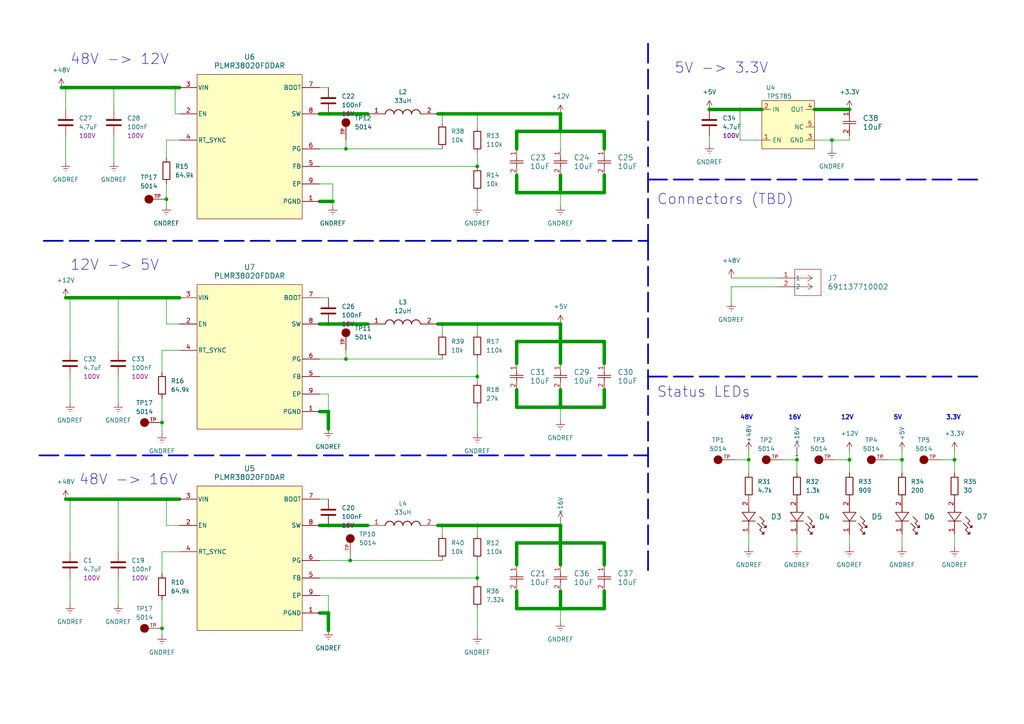
<source format=kicad_sch>
(kicad_sch (version 20230121) (generator eeschema)
  (paper "A4")
  (junction (at 46.99 182.245))
  (junction (at 20.32 144.78))
  (junction (at 246.38 133.35))
  (junction (at 162.56 99.06))
  (junction (at 128.27 93.98))
  (junction (at 241.3 40.64))
  (junction (at 138.43 33.02))
  (junction (at 138.43 167.64))
  (junction (at 20.32 86.36))
  (junction (at 162.56 152.4))
  (junction (at 205.74 31.75))
  (junction (at 246.38 31.75))
  (junction (at 128.27 152.4))
  (junction (at 138.43 48.26))
  (junction (at 48.26 57.785))
  (junction (at 162.56 157.48))
  (junction (at 231.14 133.35))
  (junction (at 100.33 104.14))
  (junction (at 34.29 86.36))
  (junction (at 95.25 119.38))
  (junction (at 48.26 144.78))
  (junction (at 162.56 93.98))
  (junction (at 100.33 43.18))
  (junction (at 95.25 152.4))
  (junction (at 95.25 93.98))
  (junction (at 19.05 25.4))
  (junction (at 162.56 176.53))
  (junction (at 217.17 133.35))
  (junction (at 50.8 25.4))
  (junction (at 138.43 93.98))
  (junction (at 138.43 109.22))
  (junction (at 46.99 122.555))
  (junction (at 214.63 31.75))
  (junction (at 95.25 33.02))
  (junction (at 48.26 86.36))
  (junction (at 95.25 177.8))
  (junction (at 276.86 133.35))
  (junction (at 96.52 58.42))
  (junction (at 162.56 33.02))
  (junction (at 138.43 152.4))
  (junction (at 162.56 55.88))
  (junction (at 162.56 38.1))
  (junction (at 34.29 144.78))
  (junction (at 33.02 25.4))
  (junction (at 162.56 118.11))
  (junction (at 128.27 33.02))
  (junction (at 101.6 162.56))
  (junction (at 261.62 133.35))
  (wire (pts (xy 92.71 104.14) (xy 100.33 104.14)))
  (wire (pts (xy 231.14 154.94) (xy 231.14 158.75)))
  (wire (pts (xy 48.26 144.78) (xy 48.26 152.4)))
  (wire (pts (xy 128.27 152.4) (xy 127 152.4)))
  (wire (pts (xy 48.26 86.36) (xy 48.26 93.98)))
  (wire (pts (xy 175.26 38.1) (xy 175.26 43.18)) (stroke (width 1)))
  (wire (pts (xy 48.26 144.78) (xy 52.07 144.78)) (stroke (width 1)))
  (wire (pts (xy 95.25 152.4) (xy 106.68 152.4)) (stroke (width 1)))
  (wire (pts (xy 149.86 43.18) (xy 149.86 38.1)) (stroke (width 1)))
  (wire (pts (xy 46.99 115.57) (xy 46.99 122.555)))
  (wire (pts (xy 96.52 53.34) (xy 96.52 58.42)))
  (wire (pts (xy 46.99 101.6) (xy 52.07 101.6)))
  (wire (pts (xy 162.56 96.52) (xy 162.56 99.06)))
  (wire (pts (xy 246.38 133.35) (xy 246.38 130.81)))
  (wire (pts (xy 162.56 176.53) (xy 162.56 180.34)))
  (wire (pts (xy 92.71 177.8) (xy 95.25 177.8)) (stroke (width 1)))
  (wire (pts (xy 19.05 86.36) (xy 20.32 86.36)) (stroke (width 1)))
  (wire (pts (xy 52.07 25.4) (xy 50.8 25.4)) (stroke (width 1)))
  (wire (pts (xy 92.71 48.26) (xy 138.43 48.26)))
  (wire (pts (xy 95.25 93.98) (xy 106.68 93.98)) (stroke (width 1)))
  (wire (pts (xy 95.25 182.88) (xy 95.25 177.8)) (stroke (width 1)))
  (wire (pts (xy 92.71 144.78) (xy 95.25 144.78)))
  (wire (pts (xy 162.56 38.1) (xy 162.56 43.18)))
  (wire (pts (xy 101.6 162.56) (xy 128.27 162.56)))
  (wire (pts (xy 48.26 40.64) (xy 48.26 45.72)))
  (wire (pts (xy 128.27 33.02) (xy 138.43 33.02)) (stroke (width 1)))
  (wire (pts (xy 231.14 133.35) (xy 231.14 132.08)))
  (wire (pts (xy 92.71 172.72) (xy 95.25 172.72)))
  (wire (pts (xy 175.26 157.48) (xy 175.26 163.83)) (stroke (width 1)))
  (wire (pts (xy 214.63 40.64) (xy 214.63 31.75)))
  (wire (pts (xy 138.43 104.14) (xy 138.43 109.22)))
  (wire (pts (xy 175.26 176.53) (xy 162.56 176.53)) (stroke (width 1)))
  (wire (pts (xy 20.32 109.22) (xy 20.32 116.84)))
  (wire (pts (xy 48.26 57.785) (xy 48.26 59.69)))
  (wire (pts (xy 100.33 40.64) (xy 100.33 43.18)))
  (wire (pts (xy 162.56 118.11) (xy 162.56 121.92)))
  (wire (pts (xy 138.43 33.02) (xy 138.43 36.83)))
  (wire (pts (xy 138.43 93.98) (xy 162.56 93.98)) (stroke (width 1)))
  (wire (pts (xy 175.26 118.11) (xy 162.56 118.11)) (stroke (width 1)))
  (wire (pts (xy 231.14 133.35) (xy 231.14 137.16)))
  (wire (pts (xy 214.63 31.75) (xy 220.98 31.75)) (stroke (width 1)))
  (wire (pts (xy 34.29 86.36) (xy 34.29 101.6)))
  (wire (pts (xy 138.43 176.53) (xy 138.43 184.15)))
  (wire (pts (xy 19.05 25.4) (xy 33.02 25.4)) (stroke (width 1)))
  (wire (pts (xy 33.02 25.4) (xy 33.02 31.75)))
  (wire (pts (xy 127 93.98) (xy 128.27 93.98)) (stroke (width 1)))
  (wire (pts (xy 205.74 31.75) (xy 214.63 31.75)) (stroke (width 1)))
  (wire (pts (xy 257.81 133.35) (xy 261.62 133.35)))
  (wire (pts (xy 236.22 31.75) (xy 246.38 31.75)) (stroke (width 1)))
  (wire (pts (xy 92.71 33.02) (xy 95.25 33.02)) (stroke (width 1)))
  (wire (pts (xy 46.99 182.245) (xy 46.99 184.15)))
  (wire (pts (xy 46.99 173.99) (xy 46.99 182.245)))
  (wire (pts (xy 162.56 152.4) (xy 162.56 157.48)) (stroke (width 1)))
  (wire (pts (xy 128.27 93.98) (xy 138.43 93.98)))
  (wire (pts (xy 138.43 33.02) (xy 128.27 33.02)))
  (wire (pts (xy 261.62 133.35) (xy 261.62 130.81)))
  (wire (pts (xy 138.43 55.88) (xy 138.43 59.69)))
  (wire (pts (xy 128.27 93.98) (xy 128.27 96.52)))
  (wire (pts (xy 149.86 50.8) (xy 149.86 55.88)) (stroke (width 1)))
  (wire (pts (xy 92.71 93.98) (xy 95.25 93.98)) (stroke (width 1)))
  (wire (pts (xy 19.05 144.78) (xy 20.32 144.78)) (stroke (width 1)))
  (wire (pts (xy 96.52 58.42) (xy 96.52 59.69)))
  (wire (pts (xy 128.27 152.4) (xy 138.43 152.4)) (stroke (width 1)))
  (wire (pts (xy 138.43 118.11) (xy 138.43 125.73)))
  (wire (pts (xy 46.99 160.02) (xy 52.07 160.02)))
  (wire (pts (xy 19.05 25.4) (xy 19.05 31.75)))
  (wire (pts (xy 92.71 53.34) (xy 96.52 53.34)))
  (wire (pts (xy 95.25 114.3) (xy 95.25 119.38)))
  (wire (pts (xy 52.07 152.4) (xy 48.26 152.4)))
  (wire (pts (xy 33.02 39.37) (xy 33.02 46.99)))
  (wire (pts (xy 261.62 154.94) (xy 261.62 158.75)))
  (wire (pts (xy 92.71 25.4) (xy 95.25 25.4)))
  (wire (pts (xy 33.02 25.4) (xy 50.8 25.4)) (stroke (width 1)))
  (wire (pts (xy 149.86 55.88) (xy 162.56 55.88)) (stroke (width 1)))
  (wire (pts (xy 52.07 40.64) (xy 48.26 40.64)))
  (wire (pts (xy 127 33.02) (xy 128.27 33.02)) (stroke (width 1)))
  (wire (pts (xy 212.09 83.185) (xy 212.09 87.63)))
  (wire (pts (xy 162.56 33.02) (xy 162.56 38.1)) (stroke (width 1)))
  (wire (pts (xy 48.26 53.34) (xy 48.26 57.785)))
  (wire (pts (xy 95.25 124.46) (xy 95.25 119.38)) (stroke (width 1)))
  (wire (pts (xy 149.86 38.1) (xy 162.56 38.1)) (stroke (width 1)))
  (wire (pts (xy 138.43 167.64) (xy 138.43 168.91)))
  (wire (pts (xy 95.25 172.72) (xy 95.25 177.8)))
  (wire (pts (xy 149.86 176.53) (xy 162.56 176.53)) (stroke (width 1)))
  (wire (pts (xy 92.71 86.36) (xy 95.25 86.36)))
  (wire (pts (xy 162.56 38.1) (xy 175.26 38.1)) (stroke (width 1)))
  (wire (pts (xy 95.25 33.02) (xy 99.06 33.02)))
  (wire (pts (xy 128.27 33.02) (xy 127 33.02)))
  (wire (pts (xy 100.33 101.6) (xy 100.33 104.14)))
  (wire (pts (xy 162.56 154.94) (xy 162.56 157.48)))
  (wire (pts (xy 149.86 113.03) (xy 149.86 118.11)) (stroke (width 1)))
  (wire (pts (xy 128.27 152.4) (xy 128.27 154.94)))
  (wire (pts (xy 225.425 83.185) (xy 212.09 83.185)))
  (wire (pts (xy 149.86 157.48) (xy 162.56 157.48)) (stroke (width 1)))
  (wire (pts (xy 34.29 144.78) (xy 34.29 160.02)))
  (wire (pts (xy 52.07 93.98) (xy 48.26 93.98)))
  (wire (pts (xy 20.32 144.78) (xy 20.32 160.02)))
  (wire (pts (xy 34.29 167.64) (xy 34.29 175.26)))
  (wire (pts (xy 246.38 39.37) (xy 246.38 40.64)))
  (wire (pts (xy 127 93.98) (xy 128.27 93.98)))
  (wire (pts (xy 149.86 171.45) (xy 149.86 176.53)) (stroke (width 1)))
  (wire (pts (xy 92.71 167.64) (xy 138.43 167.64)))
  (wire (pts (xy 92.71 152.4) (xy 95.25 152.4)) (stroke (width 1)))
  (wire (pts (xy 138.43 33.02) (xy 162.56 33.02)) (stroke (width 1)))
  (wire (pts (xy 92.71 162.56) (xy 101.6 162.56)))
  (wire (pts (xy 95.25 33.02) (xy 106.68 33.02)) (stroke (width 1)))
  (polyline (pts (xy 11.43 132.08) (xy 187.96 132.08)) (stroke (width 0.5) (type dash)))
  (wire (pts (xy 162.56 93.98) (xy 162.56 99.06)) (stroke (width 1)))
  (wire (pts (xy 138.43 152.4) (xy 128.27 152.4)))
  (wire (pts (xy 241.3 40.64) (xy 241.3 43.18)))
  (wire (pts (xy 34.29 109.22) (xy 34.29 116.84)))
  (wire (pts (xy 50.8 33.02) (xy 50.8 25.4)))
  (wire (pts (xy 261.62 133.35) (xy 261.62 137.16)))
  (wire (pts (xy 138.43 162.56) (xy 138.43 167.64)))
  (wire (pts (xy 34.29 144.78) (xy 48.26 144.78)) (stroke (width 1)))
  (wire (pts (xy 92.71 43.18) (xy 100.33 43.18)))
  (polyline (pts (xy 187.96 52.07) (xy 284.48 52.07)) (stroke (width 0.5) (type dash)))
  (wire (pts (xy 162.56 118.11) (xy 162.56 113.03)) (stroke (width 1)))
  (wire (pts (xy 162.56 176.53) (xy 162.56 171.45)) (stroke (width 1)))
  (wire (pts (xy 227.33 133.35) (xy 231.14 133.35)))
  (wire (pts (xy 48.26 86.36) (xy 52.07 86.36)) (stroke (width 1)))
  (wire (pts (xy 162.56 157.48) (xy 175.26 157.48)) (stroke (width 1)))
  (polyline (pts (xy 187.96 69.85) (xy 187.96 166.37)) (stroke (width 0.5) (type dash)))
  (wire (pts (xy 34.29 86.36) (xy 48.26 86.36)) (stroke (width 1)))
  (wire (pts (xy 100.33 104.14) (xy 128.27 104.14)))
  (wire (pts (xy 92.71 119.38) (xy 95.25 119.38)) (stroke (width 1)))
  (wire (pts (xy 220.98 40.64) (xy 214.63 40.64)))
  (wire (pts (xy 217.17 154.94) (xy 217.17 158.75)))
  (wire (pts (xy 46.99 107.95) (xy 46.99 101.6)))
  (wire (pts (xy 276.86 133.35) (xy 276.86 130.81)))
  (polyline (pts (xy 12.7 69.85) (xy 187.96 69.85)) (stroke (width 0.5) (type dash)))
  (wire (pts (xy 138.43 44.45) (xy 138.43 48.26)))
  (wire (pts (xy 212.09 80.645) (xy 225.425 80.645)))
  (wire (pts (xy 246.38 154.94) (xy 246.38 158.75)))
  (wire (pts (xy 138.43 152.4) (xy 138.43 154.94)))
  (wire (pts (xy 162.56 99.06) (xy 162.56 105.41)) (stroke (width 1)))
  (wire (pts (xy 162.56 55.88) (xy 162.56 59.69)))
  (wire (pts (xy 276.86 133.35) (xy 276.86 137.16)))
  (polyline (pts (xy 187.96 12.7) (xy 187.96 69.85)) (stroke (width 0.5) (type dash)))
  (wire (pts (xy 175.26 99.06) (xy 175.26 105.41)) (stroke (width 1)))
  (wire (pts (xy 276.86 154.94) (xy 276.86 158.75)))
  (wire (pts (xy 175.26 113.03) (xy 175.26 118.11)) (stroke (width 1)))
  (wire (pts (xy 149.86 99.06) (xy 162.56 99.06)) (stroke (width 1)))
  (wire (pts (xy 217.17 133.35) (xy 213.36 133.35)))
  (wire (pts (xy 20.32 86.36) (xy 34.29 86.36)) (stroke (width 1)))
  (wire (pts (xy 100.33 43.18) (xy 128.27 43.18)))
  (wire (pts (xy 20.32 167.64) (xy 20.32 175.26)))
  (wire (pts (xy 20.32 144.78) (xy 34.29 144.78)) (stroke (width 1)))
  (wire (pts (xy 128.27 93.98) (xy 138.43 93.98)) (stroke (width 1)))
  (wire (pts (xy 92.71 114.3) (xy 95.25 114.3)))
  (wire (pts (xy 19.05 39.37) (xy 19.05 46.99)))
  (wire (pts (xy 175.26 171.45) (xy 175.26 176.53)) (stroke (width 1)))
  (wire (pts (xy 175.26 50.8) (xy 175.26 55.88)) (stroke (width 1)))
  (wire (pts (xy 217.17 130.81) (xy 217.17 133.35)))
  (wire (pts (xy 246.38 133.35) (xy 246.38 137.16)))
  (wire (pts (xy 175.26 55.88) (xy 162.56 55.88)) (stroke (width 1)))
  (wire (pts (xy 205.74 39.37) (xy 205.74 41.91)))
  (wire (pts (xy 128.27 33.02) (xy 128.27 35.56)))
  (wire (pts (xy 92.71 58.42) (xy 96.52 58.42)) (stroke (width 1)))
  (polyline (pts (xy 187.96 109.22) (xy 284.48 109.22)) (stroke (width 0.5) (type dash)))
  (wire (pts (xy 162.56 157.48) (xy 162.56 163.83)) (stroke (width 1)))
  (wire (pts (xy 149.86 118.11) (xy 162.56 118.11)) (stroke (width 1)))
  (wire (pts (xy 273.05 133.35) (xy 276.86 133.35)))
  (wire (pts (xy 52.07 33.02) (xy 50.8 33.02)))
  (wire (pts (xy 17.78 25.4) (xy 19.05 25.4)) (stroke (width 1)))
  (wire (pts (xy 217.17 133.35) (xy 217.17 137.16)))
  (wire (pts (xy 46.99 122.555) (xy 46.99 125.73)))
  (wire (pts (xy 242.57 133.35) (xy 246.38 133.35)))
  (wire (pts (xy 138.43 109.22) (xy 138.43 110.49)))
  (wire (pts (xy 236.22 40.64) (xy 241.3 40.64)))
  (wire (pts (xy 20.32 86.36) (xy 20.32 101.6)))
  (wire (pts (xy 241.3 40.64) (xy 246.38 40.64)))
  (wire (pts (xy 46.99 166.37) (xy 46.99 160.02)))
  (wire (pts (xy 138.43 93.98) (xy 138.43 96.52)))
  (wire (pts (xy 149.86 163.83) (xy 149.86 157.48)) (stroke (width 1)))
  (wire (pts (xy 162.56 55.88) (xy 162.56 50.8)) (stroke (width 1)))
  (wire (pts (xy 162.56 99.06) (xy 175.26 99.06)) (stroke (width 1)))
  (wire (pts (xy 138.43 152.4) (xy 162.56 152.4)) (stroke (width 1)))
  (wire (pts (xy 149.86 105.41) (xy 149.86 99.06)) (stroke (width 1)))
  (wire (pts (xy 101.6 161.29) (xy 101.6 162.56)))
  (wire (pts (xy 127 152.4) (xy 128.27 152.4)) (stroke (width 1)))
  (wire (pts (xy 92.71 109.22) (xy 138.43 109.22)))
  (text "16V" (at 228.6 121.92 0) (effects (font (size 1.27 1.27) bold) (justify left bottom)))
  (text "5V" (at 259.08 121.92 0) (effects (font (size 1.27 1.27) bold) (justify left bottom)))
  (text "48V -> 12V" (at 20.32 19.05 0) (effects (font (size 3 3)) (justify left bottom)))
  (text "12V -> 5V" (at 20.32 78.74 0) (effects (font (size 3 3)) (justify left bottom)))
  (text "5V -> 3.3V" (at 195.58 21.59 0) (effects (font (size 3 3)) (justify left bottom)))
  (text "Status LEDs" (at 190.5 115.57 0) (effects (font (size 3 3)) (justify left bottom)))
  (text "48V -> 16V" (at 22.86 140.97 0) (effects (font (size 3 3)) (justify left bottom)))
  (text "48V" (at 214.63 121.92 0) (effects (font (size 1.27 1.27) bold) (justify left bottom)))
  (text "3.3V" (at 274.32 121.92 0) (effects (font (size 1.27 1.27) bold) (justify left bottom)))
  (text "Connectors (TBD)" (at 190.5 59.69 0) (effects (font (size 3 3)) (justify left bottom)))
  (text "12V" (at 243.84 121.92 0) (effects (font (size 1.27 1.27) bold) (justify left bottom)))
  (symbol (lib_id "Device:R") (at 231.14 140.97 0) (unit 1)
    (property "Reference" "R32" (at 233.68 139.7 0) (effects (justify left)))
    (property "Value" "1.3k" (at 233.68 142.24 0) (effects (justify left)))
    (property "Footprint" "footprints:RESC2012X60N" (effects hide))
  )
  (symbol (lib_id "CL21A106KAYNNNG:CL21A106KAYNNNG") (at 162.56 43.18 270) (unit 1)
    (property "Reference" "C24" (at 166.37 45.72 90) (effects (font (size 1.524 1.524)) (justify left)))
    (property "Value" "10uF" (at 166.37 48.26 90) (effects (font (size 1.524 1.524)) (justify left)))
    (property "Footprint" "footprints:CAPC2012X94N" (effects hide))
    (property "Datasheet" "CL21A106KAYNNNG" (effects hide))
  )
  (symbol (lib_id "CDRH127_LDNP-330MC:CDRH127_LDNP-330MC") (at 106.68 33.02 0) (unit 1)
    (property "Reference" "L2" (at 116.84 26.67 0))
    (property "Value" "33uH" (at 116.84 29.21 0))
    (property "Footprint" "footprints:INDPM120120X800N" (effects hide))
    (property "Datasheet" "https://products.sumida.com/products/pdf/CDRH127LD.pdf" (effects hide))
    (property "Height" "8" (effects hide))
    (property "Manufacturer_Name" "Sumida" (effects hide))
    (property "Manufacturer_Part_Number" "CDRH127/LDNP-330MC" (effects hide))
    (property "Mouser Part Number" "851-CDRH127LDNP330MC" (effects hide))
    (property "Mouser Price/Stock" "https://www.mouser.co.uk/ProductDetail/Sumida/CDRH127-LDNP-330MC?qs=rZntyWl5IYHj3wgmnQ0WOg%3D%3D" (effects hide))
    (property "Arrow Part Number" "CDRH127/LDNP-330MC" (effects hide))
    (property "Arrow Price/Stock" "https://www.arrow.com/en/products/cdrh127ldnp-330mc/sumida?region=nac" (effects hide))
  )
  (symbol (lib_id "Device:C") (at 34.29 105.41 0) (unit 1)
    (property "Reference" "C33" (at 38.1 104.14 0) (effects (justify left)))
    (property "Value" "100nF" (at 38.1 106.68 0) (effects (justify left)))
    (property "Footprint" "footprints:CAPC2012X94N" (effects hide))
    (property "Voltage" "100V" (at 38.1 109.22 0) (effects (justify left)))
    (property "MPN" "CL21B104KCFNNNE" (effects hide))
  )
  (symbol (lib_id "power:+12V") (at 246.38 130.81 0) (unit 1)
    (property "Reference" "#PWR048" (effects hide))
    (property "Value" "+12V" (at 246.38 125.73 0))
  )
  (symbol (lib_id "power:GNDREF") (at 95.25 182.88 0) (unit 1)
    (property "Reference" "#PWR027" (effects hide))
    (property "Value" "GNDREF" (at 95.25 187.96 0))
  )
  (symbol (lib_id "Device:R") (at 138.43 100.33 0) (unit 1)
    (property "Reference" "R17" (at 140.97 99.06 0) (effects (justify left)))
    (property "Value" "110k" (at 140.97 101.6 0) (effects (justify left)))
    (property "Footprint" "footprints:RESC2012X60N" (effects hide))
  )
  (symbol (lib_id "power:+3.3V") (at 276.86 130.81 0) (unit 1)
    (property "Reference" "#PWR050" (effects hide))
    (property "Value" "+3.3V" (at 276.86 125.73 0))
  )
  (symbol (lib_id "CL21A106KAYNNNG:CL21A106KAYNNNG") (at 149.86 163.83 270) (unit 1)
    (property "Reference" "C21" (at 153.67 166.37 90) (effects (font (size 1.524 1.524)) (justify left)))
    (property "Value" "10uF" (at 153.67 168.91 90) (effects (font (size 1.524 1.524)) (justify left)))
    (property "Footprint" "footprints:CAPC2012X94N" (effects hide))
    (property "Datasheet" "CL21A106KAYNNNG" (effects hide))
  )
  (symbol (lib_id "150080GS75000:150080GS75000") (at 231.14 144.78 270) (unit 1)
    (property "Reference" "D4" (at 237.49 149.86 90) (effects (font (size 1.524 1.524)) (justify left)))
    (property "Value" "150080GS75000" (effects hide))
    (property "Footprint" "footprints:LED_GS75000_WRE" (effects hide))
    (property "Datasheet" "150080GS75000" (effects hide))
  )
  (symbol (lib_id "Device:R") (at 276.86 140.97 0) (unit 1)
    (property "Reference" "R35" (at 279.4 139.7 0) (effects (justify left)))
    (property "Value" "30" (at 279.4 142.24 0) (effects (justify left)))
    (property "Footprint" "footprints:RESC2012X60N" (effects hide))
  )
  (symbol (lib_id "5014:5014") (at 100.33 96.52 90) (unit 1)
    (property "Reference" "TP11" (at 102.87 95.25 90) (effects (justify right)))
    (property "Value" "5014" (at 102.87 97.79 90) (effects (justify right)))
    (property "Footprint" "footprints:TP_5014" (effects hide))
    (property "MF" "Keystone" (effects hide))
    (property "MAXIMUM_PACKAGE_HEIGHT" "8.13 mm" (effects hide))
    (property "Package" "None" (effects hide))
    (property "Price" "None" (effects hide))
    (property "Check_prices" "https://www.snapeda.com/parts/5014/Keystone/view-part/?ref=eda" (effects hide))
    (property "STANDARD" "Manufacturer Recommendations" (effects hide))
    (property "PARTREV" "F" (effects hide))
    (property "SnapEDA_Link" "https://www.snapeda.com/parts/5014/Keystone/view-part/?ref=snap" (effects hide))
    (property "MP" "5014" (effects hide))
    (property "Purchase-URL" "https://www.snapeda.com/api/url_track_click_mouser/?unipart_id=500798&manufacturer=Keystone&part_name=5014&search_term=	 pc test point multipurpos" (effects hide))
    (property "Description" "\nTest Point MultiPurpose THM H .445 Nylon 46 Insulated Yel PhosBronze/Silver | Keystone Electronics 5014\n" (effects hide))
    (property "MANUFACTURER" "Keystone Electronics" (effects hide))
    (property "Availability" "In Stock" (effects hide))
    (property "SNAPEDA_PN" "5010" (effects hide))
  )
  (symbol (lib_id "more_powerSymbols:+16V") (at 162.56 152.4 0) (unit 1) (in_bom no) (on_board no)
    (property "Reference" "#PWR029" (effects hide))
    (property "Value" "~" (at 162.56 152.4 0))
  )
  (symbol (lib_id "power:+48V") (at 19.05 144.78 0) (unit 1)
    (property "Reference" "#PWR023" (effects hide))
    (property "Value" "+48V" (at 19.05 139.7 0))
  )
  (symbol (lib_id "Device:C") (at 95.25 29.21 0) (unit 1)
    (property "Reference" "C22" (at 99.06 27.94 0) (effects (justify left)))
    (property "Value" "100nF" (at 99.06 30.48 0) (effects (justify left)))
    (property "Footprint" "footprints:CAPC2012X94N" (effects hide))
    (property "Voltage" "16V" (at 99.06 33.02 0) (effects (justify left)))
    (property "MPN" "CL21B104KCFNNNE" (effects hide))
  )
  (symbol (lib_id "power:GNDREF") (at 276.86 158.75 0) (unit 1)
    (property "Reference" "#PWR073" (effects hide))
    (property "Value" "GNDREF" (at 276.86 163.83 0))
  )
  (symbol (lib_id "power:+5V") (at 205.74 31.75 0) (unit 1)
    (property "Reference" "#PWR049" (effects hide))
    (property "Value" "+5V" (at 205.74 26.67 0))
  )
  (symbol (lib_id "CL21A106KAYNNNG:CL21A106KAYNNNG") (at 149.86 43.18 270) (unit 1)
    (property "Reference" "C23" (at 153.67 45.72 90) (effects (font (size 1.524 1.524)) (justify left)))
    (property "Value" "10uF" (at 153.67 48.26 90) (effects (font (size 1.524 1.524)) (justify left)))
    (property "Footprint" "footprints:CAPC2012X94N" (effects hide))
    (property "Datasheet" "CL21A106KAYNNNG" (effects hide))
  )
  (symbol (lib_id "power:GNDREF") (at 19.05 46.99 0) (unit 1)
    (property "Reference" "#PWR042" (effects hide))
    (property "Value" "GNDREF" (at 19.05 52.07 0))
  )
  (symbol (lib_id "150080GS75000:150080GS75000") (at 261.62 144.78 270) (unit 1)
    (property "Reference" "D6" (at 267.97 149.86 90) (effects (font (size 1.524 1.524)) (justify left)))
    (property "Value" "150080GS75000" (effects hide))
    (property "Footprint" "footprints:LED_GS75000_WRE" (effects hide))
    (property "Datasheet" "150080GS75000" (effects hide))
  )
  (symbol (lib_id "CL21A106KAYNNNG:CL21A106KAYNNNG") (at 162.56 105.41 270) (unit 1)
    (property "Reference" "C29" (at 166.37 107.95 90) (effects (font (size 1.524 1.524)) (justify left)))
    (property "Value" "10uF" (at 166.37 110.49 90) (effects (font (size 1.524 1.524)) (justify left)))
    (property "Footprint" "footprints:CAPC2012X94N" (effects hide))
    (property "Datasheet" "CL21A106KAYNNNG" (effects hide))
  )
  (symbol (lib_id "Device:R") (at 48.26 49.53 0) (unit 1)
    (property "Reference" "R15" (at 50.8 48.26 0) (effects (justify left)))
    (property "Value" "64.9k" (at 50.8 50.8 0) (effects (justify left)))
    (property "Footprint" "footprints:RESC2012X60N" (effects hide))
  )
  (symbol (lib_id "power:GNDREF") (at 95.25 124.46 0) (unit 1)
    (property "Reference" "#PWR041" (effects hide))
    (property "Value" "GNDREF" (at 95.25 129.54 0))
  )
  (symbol (lib_id "150080GS75000:150080GS75000") (at 276.86 144.78 270) (unit 1)
    (property "Reference" "D7" (at 283.21 149.86 90) (effects (font (size 1.524 1.524)) (justify left)))
    (property "Value" "150080GS75000" (effects hide))
    (property "Footprint" "footprints:LED_GS75000_WRE" (effects hide))
    (property "Datasheet" "150080GS75000" (effects hide))
  )
  (symbol (lib_id "power:GNDREF") (at 162.56 180.34 0) (unit 1)
    (property "Reference" "#PWR030" (effects hide))
    (property "Value" "GNDREF" (at 162.56 185.42 0))
  )
  (symbol (lib_id "power:+48V") (at 17.78 25.4 0) (unit 1)
    (property "Reference" "#PWR032" (effects hide))
    (property "Value" "+48V" (at 17.78 20.32 0))
  )
  (symbol (lib_id "power:+5V") (at 261.62 130.81 0) (unit 1)
    (property "Reference" "#PWR015" (effects hide))
    (property "Value" "+5V" (at 261.62 125.73 90))
  )
  (symbol (lib_id "power:GNDREF") (at 212.09 87.63 0) (unit 1)
    (property "Reference" "#PWR082" (effects hide))
    (property "Value" "GNDREF" (at 212.09 92.71 0))
  )
  (symbol (lib_id "CL21A106KAYNNNG:CL21A106KAYNNNG") (at 175.26 43.18 270) (unit 1)
    (property "Reference" "C25" (at 179.07 45.72 90) (effects (font (size 1.524 1.524)) (justify left)))
    (property "Value" "10uF" (at 179.07 48.26 90) (effects (font (size 1.524 1.524)) (justify left)))
    (property "Footprint" "footprints:CAPC2012X94N" (effects hide))
    (property "Datasheet" "CL21A106KAYNNNG" (effects hide))
  )
  (symbol (lib_id "5014:5014") (at 267.97 133.35 180) (unit 1)
    (property "Reference" "TP5" (at 267.97 127.635 0))
    (property "Value" "5014" (at 267.97 130.175 0))
    (property "Footprint" "footprints:TP_5014" (effects hide))
    (property "MF" "Keystone" (effects hide))
    (property "MAXIMUM_PACKAGE_HEIGHT" "8.13 mm" (effects hide))
    (property "Package" "None" (effects hide))
    (property "Price" "None" (effects hide))
    (property "Check_prices" "https://www.snapeda.com/parts/5014/Keystone/view-part/?ref=eda" (effects hide))
    (property "STANDARD" "Manufacturer Recommendations" (effects hide))
    (property "PARTREV" "F" (effects hide))
    (property "SnapEDA_Link" "https://www.snapeda.com/parts/5014/Keystone/view-part/?ref=snap" (effects hide))
    (property "MP" "5014" (effects hide))
    (property "Purchase-URL" "https://www.snapeda.com/api/url_track_click_mouser/?unipart_id=500798&manufacturer=Keystone&part_name=5014&search_term=	 pc test point multipurpos" (effects hide))
    (property "Description" "\nTest Point MultiPurpose THM H .445 Nylon 46 Insulated Yel PhosBronze/Silver | Keystone Electronics 5014\n" (effects hide))
    (property "MANUFACTURER" "Keystone Electronics" (effects hide))
    (property "Availability" "In Stock" (effects hide))
    (property "SNAPEDA_PN" "5010" (effects hide))
  )
  (symbol (lib_id "150080GS75000:150080GS75000") (at 246.38 144.78 270) (unit 1)
    (property "Reference" "D5" (at 252.73 149.86 90) (effects (font (size 1.524 1.524)) (justify left)))
    (property "Value" "150080GS75000" (effects hide))
    (property "Footprint" "footprints:LED_GS75000_WRE" (effects hide))
    (property "Datasheet" "150080GS75000" (effects hide))
  )
  (symbol (lib_id "Device:R") (at 138.43 40.64 0) (unit 1)
    (property "Reference" "R13" (at 140.97 39.37 0) (effects (justify left)))
    (property "Value" "110k" (at 140.97 41.91 0) (effects (justify left)))
    (property "Footprint" "footprints:RESC2012X60N" (effects hide))
  )
  (symbol (lib_id "power:GNDREF") (at 20.32 116.84 0) (unit 1)
    (property "Reference" "#PWR046" (effects hide))
    (property "Value" "GNDREF" (at 20.32 121.92 0))
  )
  (symbol (lib_id "Device:R") (at 217.17 140.97 0) (unit 1)
    (property "Reference" "R31" (at 219.71 139.7 0) (effects (justify left)))
    (property "Value" "4.7k" (at 219.71 142.24 0) (effects (justify left)))
    (property "Footprint" "footprints:RESC2012X60N" (effects hide))
  )
  (symbol (lib_id "power:GNDREF") (at 46.99 184.15 0) (unit 1)
    (property "Reference" "#PWR026" (effects hide))
    (property "Value" "GNDREF" (at 46.99 189.23 0))
  )
  (symbol (lib_id "tps78533qkvurq1:TPS78533QKVURQ1") (at 226.06 27.94 0) (unit 1)
    (property "Reference" "U4" (at 223.52 25.4 0))
    (property "Value" "TPS785" (at 226.06 27.94 0))
    (property "Footprint" "footprints:DPAK114P990X239-6N" (effects hide))
  )
  (symbol (lib_id "power:GNDREF") (at 231.14 158.75 0) (unit 1)
    (property "Reference" "#PWR069" (effects hide))
    (property "Value" "GNDREF" (at 231.14 163.83 0))
  )
  (symbol (lib_id "power:+3.3V") (at 246.38 31.75 0) (unit 1)
    (property "Reference" "#PWR052" (effects hide))
    (property "Value" "+3.3V" (at 246.38 26.67 0))
  )
  (symbol (lib_id "CDRH127_LDNP-330MC:CDRH127_LDNP-330MC") (at 106.68 152.4 0) (unit 1)
    (property "Reference" "L4" (at 116.84 146.05 0))
    (property "Value" "33uH" (at 116.84 148.59 0))
    (property "Footprint" "footprints:INDPM120120X800N" (effects hide))
    (property "Datasheet" "https://products.sumida.com/products/pdf/CDRH127LD.pdf" (effects hide))
    (property "Height" "8" (effects hide))
    (property "Manufacturer_Name" "Sumida" (effects hide))
    (property "Manufacturer_Part_Number" "CDRH127/LDNP-330MC" (effects hide))
    (property "Mouser Part Number" "851-CDRH127LDNP330MC" (effects hide))
    (property "Mouser Price/Stock" "https://www.mouser.co.uk/ProductDetail/Sumida/CDRH127-LDNP-330MC?qs=rZntyWl5IYHj3wgmnQ0WOg%3D%3D" (effects hide))
    (property "Arrow Part Number" "CDRH127/LDNP-330MC" (effects hide))
    (property "Arrow Price/Stock" "https://www.arrow.com/en/products/cdrh127ldnp-330mc/sumida?region=nac" (effects hide))
  )
  (symbol (lib_id "CDRH127_LDNP-120MC:CDRH127_LDNP-120MC") (at 106.68 93.98 0) (unit 1)
    (property "Reference" "L3" (at 116.84 87.63 0))
    (property "Value" "12uH" (at 116.84 90.17 0))
    (property "Footprint" "footprints:INDPM120120X800N" (effects hide))
    (property "Datasheet" "https://products.sumida.com/products/pdf/CDRH127LD.pdf" (effects hide))
    (property "Height" "8" (effects hide))
    (property "Manufacturer_Name" "Sumida" (effects hide))
    (property "Manufacturer_Part_Number" "CDRH127/LDNP-120MC" (effects hide))
    (property "Mouser Part Number" "851-CDRH127LDNP120MC" (effects hide))
    (property "Mouser Price/Stock" "https://www.mouser.co.uk/ProductDetail/Sumida/CDRH127-LDNP-120MC?qs=2NnMVG9ld2BRJwyOBMx6Gg%3D%3D" (effects hide))
    (property "Arrow Part Number" "CDRH127/LDNP-120MC" (effects hide))
    (property "Arrow Price/Stock" "https://www.arrow.com/en/products/cdrh127ldnp-120mc/sumida?region=nac" (effects hide))
  )
  (symbol (lib_id "5014:5014") (at 100.33 35.56 90) (unit 1)
    (property "Reference" "TP12" (at 102.87 34.29 90) (effects (justify right)))
    (property "Value" "5014" (at 102.87 36.83 90) (effects (justify right)))
    (property "Footprint" "footprints:TP_5014" (effects hide))
    (property "MF" "Keystone" (effects hide))
    (property "MAXIMUM_PACKAGE_HEIGHT" "8.13 mm" (effects hide))
    (property "Package" "None" (effects hide))
    (property "Price" "None" (effects hide))
    (property "Check_prices" "https://www.snapeda.com/parts/5014/Keystone/view-part/?ref=eda" (effects hide))
    (property "STANDARD" "Manufacturer Recommendations" (effects hide))
    (property "PARTREV" "F" (effects hide))
    (property "SnapEDA_Link" "https://www.snapeda.com/parts/5014/Keystone/view-part/?ref=snap" (effects hide))
    (property "MP" "5014" (effects hide))
    (property "Purchase-URL" "https://www.snapeda.com/api/url_track_click_mouser/?unipart_id=500798&manufacturer=Keystone&part_name=5014&search_term=	 pc test point multipurpos" (effects hide))
    (property "Description" "\nTest Point MultiPurpose THM H .445 Nylon 46 Insulated Yel PhosBronze/Silver | Keystone Electronics 5014\n" (effects hide))
    (property "MANUFACTURER" "Keystone Electronics" (effects hide))
    (property "Availability" "In Stock" (effects hide))
    (property "SNAPEDA_PN" "5010" (effects hide))
  )
  (symbol (lib_id "power:GNDREF") (at 138.43 184.15 0) (unit 1)
    (property "Reference" "#PWR028" (effects hide))
    (property "Value" "GNDREF" (at 138.43 189.23 0))
  )
  (symbol (lib_id "Device:R") (at 138.43 172.72 0) (unit 1)
    (property "Reference" "R36" (at 140.97 171.45 0) (effects (justify left)))
    (property "Value" "7.32k" (at 140.97 173.99 0) (effects (justify left)))
    (property "Footprint" "footprints:RESC2012X60N" (effects hide))
  )
  (symbol (lib_id "power:GNDREF") (at 46.99 125.73 0) (unit 1)
    (property "Reference" "#PWR038" (effects hide))
    (property "Value" "GNDREF" (at 46.99 130.81 0))
  )
  (symbol (lib_id "Device:R") (at 46.99 170.18 0) (unit 1)
    (property "Reference" "R10" (at 49.53 168.91 0) (effects (justify left)))
    (property "Value" "64.9k" (at 49.53 171.45 0) (effects (justify left)))
    (property "Footprint" "footprints:RESC2012X60N" (effects hide))
  )
  (symbol (lib_id "power:+12V") (at 19.05 86.36 0) (unit 1)
    (property "Reference" "#PWR039" (effects hide))
    (property "Value" "+12V" (at 19.05 81.28 0))
  )
  (symbol (lib_id "power:GNDREF") (at 246.38 158.75 0) (unit 1)
    (property "Reference" "#PWR071" (effects hide))
    (property "Value" "GNDREF" (at 246.38 163.83 0))
  )
  (symbol (lib_id "power:GNDREF") (at 261.62 158.75 0) (unit 1)
    (property "Reference" "#PWR072" (effects hide))
    (property "Value" "GNDREF" (at 261.62 163.83 0))
  )
  (symbol (lib_id "power:GNDREF") (at 217.17 158.75 0) (unit 1)
    (property "Reference" "#PWR07" (effects hide))
    (property "Value" "GNDREF" (at 217.17 163.83 0))
  )
  (symbol (lib_id "power:GNDREF") (at 48.26 59.69 0) (unit 1)
    (property "Reference" "#PWR036" (effects hide))
    (property "Value" "GNDREF" (at 48.26 64.77 0))
  )
  (symbol (lib_id "Device:C") (at 20.32 163.83 0) (unit 1)
    (property "Reference" "C1" (at 24.13 162.56 0) (effects (justify left)))
    (property "Value" "4.7uF" (at 24.13 165.1 0) (effects (justify left)))
    (property "Footprint" "Capacitor_SMD:C_1210_3225Metric" (effects hide))
    (property "Voltage" "100V" (at 24.13 167.64 0) (effects (justify left)))
    (property "MPN" "KAM32LR72A475KU" (effects hide))
  )
  (symbol (lib_id "5014:5014") (at 252.73 133.35 180) (unit 1)
    (property "Reference" "TP4" (at 252.73 127.635 0))
    (property "Value" "5014" (at 252.73 130.175 0))
    (property "Footprint" "footprints:TP_5014" (effects hide))
    (property "MF" "Keystone" (effects hide))
    (property "MAXIMUM_PACKAGE_HEIGHT" "8.13 mm" (effects hide))
    (property "Package" "None" (effects hide))
    (property "Price" "None" (effects hide))
    (property "Check_prices" "https://www.snapeda.com/parts/5014/Keystone/view-part/?ref=eda" (effects hide))
    (property "STANDARD" "Manufacturer Recommendations" (effects hide))
    (property "PARTREV" "F" (effects hide))
    (property "SnapEDA_Link" "https://www.snapeda.com/parts/5014/Keystone/view-part/?ref=snap" (effects hide))
    (property "MP" "5014" (effects hide))
    (property "Purchase-URL" "https://www.snapeda.com/api/url_track_click_mouser/?unipart_id=500798&manufacturer=Keystone&part_name=5014&search_term=	 pc test point multipurpos" (effects hide))
    (property "Description" "\nTest Point MultiPurpose THM H .445 Nylon 46 Insulated Yel PhosBronze/Silver | Keystone Electronics 5014\n" (effects hide))
    (property "MANUFACTURER" "Keystone Electronics" (effects hide))
    (property "Availability" "In Stock" (effects hide))
    (property "SNAPEDA_PN" "5010" (effects hide))
  )
  (symbol (lib_id "Device:C") (at 95.25 148.59 0) (unit 1)
    (property "Reference" "C20" (at 99.06 147.32 0) (effects (justify left)))
    (property "Value" "100nF" (at 99.06 149.86 0) (effects (justify left)))
    (property "Footprint" "footprints:CAPC2012X94N" (effects hide))
    (property "Voltage" "16V" (at 99.06 152.4 0) (effects (justify left)))
    (property "MPN" "CL21B104KCFNNNE" (effects hide))
  )
  (symbol (lib_id "power:GNDREF") (at 205.74 41.91 0) (unit 1)
    (property "Reference" "#PWR031" (effects hide))
    (property "Value" "GNDREF" (at 205.74 46.99 0))
  )
  (symbol (lib_id "LMR38020FDDAR:PLMR38020FDDAR") (at 52.07 144.78 0) (unit 1)
    (property "Reference" "U5" (at 72.39 135.89 0) (effects (font (size 1.524 1.524))))
    (property "Value" "PLMR38020FDDAR" (at 72.39 138.43 0) (effects (font (size 1.524 1.524))))
    (property "Footprint" "footprints:DDA0008E-IPC_A" (effects hide))
    (property "Datasheet" "PLMR38020FDDAR" (effects hide))
  )
  (symbol (lib_id "Device:C") (at 205.74 35.56 0) (unit 1)
    (property "Reference" "C34" (at 209.55 34.29 0) (effects (justify left)))
    (property "Value" "4.7uF" (at 209.55 36.83 0) (effects (justify left)))
    (property "Footprint" "Capacitor_SMD:C_1210_3225Metric" (effects hide))
    (property "Voltage" "100V" (at 209.55 39.37 0) (effects (justify left)))
    (property "MPN" "KAM32LR72A475KU" (effects hide))
  )
  (symbol (lib_id "5014:5014") (at 41.91 122.555 180) (unit 1)
    (property "Reference" "TP17" (at 41.91 116.84 0))
    (property "Value" "5014" (at 41.91 119.38 0))
    (property "Footprint" "footprints:TP_5014" (effects hide))
    (property "MF" "Keystone" (effects hide))
    (property "MAXIMUM_PACKAGE_HEIGHT" "8.13 mm" (effects hide))
    (property "Package" "None" (effects hide))
    (property "Price" "None" (effects hide))
    (property "Check_prices" "https://www.snapeda.com/parts/5014/Keystone/view-part/?ref=eda" (effects hide))
    (property "STANDARD" "Manufacturer Recommendations" (effects hide))
    (property "PARTREV" "F" (effects hide))
    (property "SnapEDA_Link" "https://www.snapeda.com/parts/5014/Keystone/view-part/?ref=snap" (effects hide))
    (property "MP" "5014" (effects hide))
    (property "Purchase-URL" "https://www.snapeda.com/api/url_track_click_mouser/?unipart_id=500798&manufacturer=Keystone&part_name=5014&search_term=	 pc test point multipurpos" (effects hide))
    (property "Description" "\nTest Point MultiPurpose THM H .445 Nylon 46 Insulated Yel PhosBronze/Silver | Keystone Electronics 5014\n" (effects hide))
    (property "MANUFACTURER" "Keystone Electronics" (effects hide))
    (property "Availability" "In Stock" (effects hide))
    (property "SNAPEDA_PN" "5010" (effects hide))
    (instances (project "FufuS24" (path "" (reference "TP17") (unit 1)) (path "" (reference "TP22") (unit 1))))
  )
  (symbol (lib_id "CL21A106KAYNNNG:CL21A106KAYNNNG") (at 246.38 31.75 270) (unit 1)
    (property "Reference" "C38" (at 250.19 34.29 90) (effects (font (size 1.524 1.524)) (justify left)))
    (property "Value" "10uF" (at 250.19 36.83 90) (effects (font (size 1.524 1.524)) (justify left)))
    (property "Footprint" "footprints:CAPC2012X94N" (effects hide))
    (property "Datasheet" "CL21A106KAYNNNG" (effects hide))
  )
  (symbol (lib_id "Device:R") (at 128.27 39.37 0) (unit 1)
    (property "Reference" "R38" (at 130.81 38.1 0) (effects (justify left)))
    (property "Value" "10k" (at 130.81 40.64 0) (effects (justify left)))
    (property "Footprint" "footprints:RESC2012X60N" (effects hide))
  )
  (symbol (lib_id "Device:R") (at 246.38 140.97 0) (unit 1)
    (property "Reference" "R33" (at 248.92 139.7 0) (effects (justify left)))
    (property "Value" "909" (at 248.92 142.24 0) (effects (justify left)))
    (property "Footprint" "footprints:RESC2012X60N" (effects hide))
  )
  (symbol (lib_id "150080GS75000:150080GS75000") (at 217.17 144.78 270) (unit 1)
    (property "Reference" "D3" (at 223.52 149.86 90) (effects (font (size 1.524 1.524)) (justify left)))
    (property "Value" "150080GS75000" (effects hide))
    (property "Footprint" "footprints:LED_GS75000_WRE" (effects hide))
    (property "Datasheet" "150080GS75000" (effects hide))
  )
  (symbol (lib_id "Device:R") (at 46.99 111.76 0) (unit 1)
    (property "Reference" "R16" (at 49.53 110.49 0) (effects (justify left)))
    (property "Value" "64.9k" (at 49.53 113.03 0) (effects (justify left)))
    (property "Footprint" "footprints:RESC2012X60N" (effects hide))
  )
  (symbol (lib_id "5014:5014") (at 237.49 133.35 180) (unit 1)
    (property "Reference" "TP3" (at 237.49 127.635 0))
    (property "Value" "5014" (at 237.49 130.175 0))
    (property "Footprint" "footprints:TP_5014" (effects hide))
    (property "MF" "Keystone" (effects hide))
    (property "MAXIMUM_PACKAGE_HEIGHT" "8.13 mm" (effects hide))
    (property "Package" "None" (effects hide))
    (property "Price" "None" (effects hide))
    (property "Check_prices" "https://www.snapeda.com/parts/5014/Keystone/view-part/?ref=eda" (effects hide))
    (property "STANDARD" "Manufacturer Recommendations" (effects hide))
    (property "PARTREV" "F" (effects hide))
    (property "SnapEDA_Link" "https://www.snapeda.com/parts/5014/Keystone/view-part/?ref=snap" (effects hide))
    (property "MP" "5014" (effects hide))
    (property "Purchase-URL" "https://www.snapeda.com/api/url_track_click_mouser/?unipart_id=500798&manufacturer=Keystone&part_name=5014&search_term=	 pc test point multipurpos" (effects hide))
    (property "Description" "\nTest Point MultiPurpose THM H .445 Nylon 46 Insulated Yel PhosBronze/Silver | Keystone Electronics 5014\n" (effects hide))
    (property "MANUFACTURER" "Keystone Electronics" (effects hide))
    (property "Availability" "In Stock" (effects hide))
    (property "SNAPEDA_PN" "5010" (effects hide))
  )
  (symbol (lib_id "power:GNDREF") (at 33.02 46.99 0) (unit 1)
    (property "Reference" "#PWR043" (effects hide))
    (property "Value" "GNDREF" (at 33.02 52.07 0))
  )
  (symbol (lib_id "2024-03-03_19-32-21:691137710002") (at 225.425 80.645 0) (unit 1)
    (property "Reference" "J7" (at 240.03 80.645 0) (effects (font (size 1.524 1.524)) (justify left)))
    (property "Value" "691137710002" (at 240.03 83.185 0) (effects (font (size 1.524 1.524)) (justify left)))
    (property "Footprint" "footprints:CONN2_710002_WRE" (effects hide))
    (property "Datasheet" "691137710002" (effects hide))
  )
  (symbol (lib_id "5014:5014") (at 43.18 57.785 180) (unit 1)
    (property "Reference" "TP17" (at 43.18 51.435 0))
    (property "Value" "5014" (at 43.18 53.975 0))
    (property "Footprint" "footprints:TP_5014" (effects hide))
    (property "MF" "Keystone" (effects hide))
    (property "MAXIMUM_PACKAGE_HEIGHT" "8.13 mm" (effects hide))
    (property "Package" "None" (effects hide))
    (property "Price" "None" (effects hide))
    (property "Check_prices" "https://www.snapeda.com/parts/5014/Keystone/view-part/?ref=eda" (effects hide))
    (property "STANDARD" "Manufacturer Recommendations" (effects hide))
    (property "PARTREV" "F" (effects hide))
    (property "SnapEDA_Link" "https://www.snapeda.com/parts/5014/Keystone/view-part/?ref=snap" (effects hide))
    (property "MP" "5014" (effects hide))
    (property "Purchase-URL" "https://www.snapeda.com/api/url_track_click_mouser/?unipart_id=500798&manufacturer=Keystone&part_name=5014&search_term=	 pc test point multipurpos" (effects hide))
    (property "Description" "\nTest Point MultiPurpose THM H .445 Nylon 46 Insulated Yel PhosBronze/Silver | Keystone Electronics 5014\n" (effects hide))
    (property "MANUFACTURER" "Keystone Electronics" (effects hide))
    (property "Availability" "In Stock" (effects hide))
    (property "SNAPEDA_PN" "5010" (effects hide))
    (instances (project "FufuS24" (path "" (reference "TP17") (unit 1)) (path "" (reference "TP21") (unit 1))))
  )
  (symbol (lib_id "Device:C") (at 33.02 35.56 0) (unit 1)
    (property "Reference" "C28" (at 36.83 34.29 0) (effects (justify left)))
    (property "Value" "100nF" (at 36.83 36.83 0) (effects (justify left)))
    (property "Footprint" "footprints:CAPC2012X94N" (effects hide))
    (property "Voltage" "100V" (at 36.83 39.37 0) (effects (justify left)))
    (property "MPN" "CL21B104KCFNNNE" (effects hide))
  )
  (symbol (lib_id "power:+48V") (at 217.17 130.81 0) (unit 1)
    (property "Reference" "#PWR016" (effects hide))
    (property "Value" "+48V" (at 217.17 125.73 90))
  )
  (symbol (lib_id "5014:5014") (at 208.28 133.35 180) (unit 1)
    (property "Reference" "TP1" (at 208.28 127.635 0))
    (property "Value" "5014" (at 208.28 130.175 0))
    (property "Footprint" "footprints:TP_5014" (effects hide))
    (property "MF" "Keystone" (effects hide))
    (property "MAXIMUM_PACKAGE_HEIGHT" "8.13 mm" (effects hide))
    (property "Package" "None" (effects hide))
    (property "Price" "None" (effects hide))
    (property "Check_prices" "https://www.snapeda.com/parts/5014/Keystone/view-part/?ref=eda" (effects hide))
    (property "STANDARD" "Manufacturer Recommendations" (effects hide))
    (property "PARTREV" "F" (effects hide))
    (property "SnapEDA_Link" "https://www.snapeda.com/parts/5014/Keystone/view-part/?ref=snap" (effects hide))
    (property "MP" "5014" (effects hide))
    (property "Purchase-URL" "https://www.snapeda.com/api/url_track_click_mouser/?unipart_id=500798&manufacturer=Keystone&part_name=5014&search_term=	 pc test point multipurpos" (effects hide))
    (property "Description" "\nTest Point MultiPurpose THM H .445 Nylon 46 Insulated Yel PhosBronze/Silver | Keystone Electronics 5014\n" (effects hide))
    (property "MANUFACTURER" "Keystone Electronics" (effects hide))
    (property "Availability" "In Stock" (effects hide))
    (property "SNAPEDA_PN" "5010" (effects hide))
  )
  (symbol (lib_id "5014:5014") (at 41.91 182.245 180) (unit 1)
    (property "Reference" "TP17" (at 41.91 176.53 0))
    (property "Value" "5014" (at 41.91 179.07 0))
    (property "Footprint" "footprints:TP_5014" (effects hide))
    (property "MF" "Keystone" (effects hide))
    (property "MAXIMUM_PACKAGE_HEIGHT" "8.13 mm" (effects hide))
    (property "Package" "None" (effects hide))
    (property "Price" "None" (effects hide))
    (property "Check_prices" "https://www.snapeda.com/parts/5014/Keystone/view-part/?ref=eda" (effects hide))
    (property "STANDARD" "Manufacturer Recommendations" (effects hide))
    (property "PARTREV" "F" (effects hide))
    (property "SnapEDA_Link" "https://www.snapeda.com/parts/5014/Keystone/view-part/?ref=snap" (effects hide))
    (property "MP" "5014" (effects hide))
    (property "Purchase-URL" "https://www.snapeda.com/api/url_track_click_mouser/?unipart_id=500798&manufacturer=Keystone&part_name=5014&search_term=	 pc test point multipurpos" (effects hide))
    (property "Description" "\nTest Point MultiPurpose THM H .445 Nylon 46 Insulated Yel PhosBronze/Silver | Keystone Electronics 5014\n" (effects hide))
    (property "MANUFACTURER" "Keystone Electronics" (effects hide))
    (property "Availability" "In Stock" (effects hide))
    (property "SNAPEDA_PN" "5010" (effects hide))
    (instances (project "FufuS24" (path "" (reference "TP17") (unit 1)) (path "" (reference "TP23") (unit 1))))
  )
  (symbol (lib_id "CL21A106KAYNNNG:CL21A106KAYNNNG") (at 175.26 163.83 270) (unit 1)
    (property "Reference" "C37" (at 179.07 166.37 90) (effects (font (size 1.524 1.524)) (justify left)))
    (property "Value" "10uF" (at 179.07 168.91 90) (effects (font (size 1.524 1.524)) (justify left)))
    (property "Footprint" "footprints:CAPC2012X94N" (effects hide))
    (property "Datasheet" "CL21A106KAYNNNG" (effects hide))
  )
  (symbol (lib_id "power:+12V") (at 162.56 33.02 0) (unit 1)
    (property "Reference" "#PWR037" (effects hide))
    (property "Value" "+12V" (at 162.56 27.94 0))
  )
  (symbol (lib_id "LMR38020FDDAR:PLMR38020FDDAR") (at 52.07 86.36 0) (unit 1)
    (property "Reference" "U7" (at 72.39 77.47 0) (effects (font (size 1.524 1.524))))
    (property "Value" "PLMR38020FDDAR" (at 72.39 80.01 0) (effects (font (size 1.524 1.524))))
    (property "Footprint" "footprints:DDA0008E-IPC_A" (effects hide))
    (property "Datasheet" "PLMR38020FDDAR" (effects hide))
  )
  (symbol (lib_id "Device:R") (at 128.27 100.33 0) (unit 1)
    (property "Reference" "R39" (at 130.81 99.06 0) (effects (justify left)))
    (property "Value" "10k" (at 130.81 101.6 0) (effects (justify left)))
    (property "Footprint" "footprints:RESC2012X60N" (effects hide))
  )
  (symbol (lib_id "CL21A106KAYNNNG:CL21A106KAYNNNG") (at 175.26 105.41 270) (unit 1)
    (property "Reference" "C30" (at 179.07 107.95 90) (effects (font (size 1.524 1.524)) (justify left)))
    (property "Value" "10uF" (at 179.07 110.49 90) (effects (font (size 1.524 1.524)) (justify left)))
    (property "Footprint" "footprints:CAPC2012X94N" (effects hide))
    (property "Datasheet" "CL21A106KAYNNNG" (effects hide))
  )
  (symbol (lib_id "power:GNDREF") (at 241.3 43.18 0) (unit 1)
    (property "Reference" "#PWR051" (effects hide))
    (property "Value" "GNDREF" (at 241.3 48.26 0))
  )
  (symbol (lib_id "CL21A106KAYNNNG:CL21A106KAYNNNG") (at 162.56 163.83 270) (unit 1)
    (property "Reference" "C36" (at 166.37 166.37 90) (effects (font (size 1.524 1.524)) (justify left)))
    (property "Value" "10uF" (at 166.37 168.91 90) (effects (font (size 1.524 1.524)) (justify left)))
    (property "Footprint" "footprints:CAPC2012X94N" (effects hide))
    (property "Datasheet" "CL21A106KAYNNNG" (effects hide))
  )
  (symbol (lib_id "Device:C") (at 20.32 105.41 0) (unit 1)
    (property "Reference" "C32" (at 24.13 104.14 0) (effects (justify left)))
    (property "Value" "4.7uF" (at 24.13 106.68 0) (effects (justify left)))
    (property "Footprint" "Capacitor_SMD:C_1210_3225Metric" (effects hide))
    (property "Voltage" "100V" (at 24.13 109.22 0) (effects (justify left)))
    (property "MPN" "KAM32LR72A475KU" (effects hide))
  )
  (symbol (lib_id "Device:R") (at 261.62 140.97 0) (unit 1)
    (property "Reference" "R34" (at 264.16 139.7 0) (effects (justify left)))
    (property "Value" "200" (at 264.16 142.24 0) (effects (justify left)))
    (property "Footprint" "footprints:RESC2012X60N" (effects hide))
  )
  (symbol (lib_id "Device:R") (at 138.43 114.3 0) (unit 1)
    (property "Reference" "R18" (at 140.97 113.03 0) (effects (justify left)))
    (property "Value" "27k" (at 140.97 115.57 0) (effects (justify left)))
    (property "Footprint" "footprints:RESC2012X60N" (effects hide))
  )
  (symbol (lib_id "power:GNDREF") (at 162.56 59.69 0) (unit 1)
    (property "Reference" "#PWR034" (effects hide))
    (property "Value" "GNDREF" (at 162.56 64.77 0))
  )
  (symbol (lib_id "power:+48V") (at 212.09 80.645 0) (unit 1)
    (property "Reference" "#PWR081" (effects hide))
    (property "Value" "+48V" (at 212.09 75.565 0))
  )
  (symbol (lib_id "power:GNDREF") (at 34.29 116.84 0) (unit 1)
    (property "Reference" "#PWR047" (effects hide))
    (property "Value" "GNDREF" (at 34.29 121.92 0))
  )
  (symbol (lib_id "5014:5014") (at 222.25 133.35 180) (unit 1)
    (property "Reference" "TP2" (at 222.25 127.635 0))
    (property "Value" "5014" (at 222.25 130.175 0))
    (property "Footprint" "footprints:TP_5014" (effects hide))
    (property "MF" "Keystone" (effects hide))
    (property "MAXIMUM_PACKAGE_HEIGHT" "8.13 mm" (effects hide))
    (property "Package" "None" (effects hide))
    (property "Price" "None" (effects hide))
    (property "Check_prices" "https://www.snapeda.com/parts/5014/Keystone/view-part/?ref=eda" (effects hide))
    (property "STANDARD" "Manufacturer Recommendations" (effects hide))
    (property "PARTREV" "F" (effects hide))
    (property "SnapEDA_Link" "https://www.snapeda.com/parts/5014/Keystone/view-part/?ref=snap" (effects hide))
    (property "MP" "5014" (effects hide))
    (property "Purchase-URL" "https://www.snapeda.com/api/url_track_click_mouser/?unipart_id=500798&manufacturer=Keystone&part_name=5014&search_term=	 pc test point multipurpos" (effects hide))
    (property "Description" "\nTest Point MultiPurpose THM H .445 Nylon 46 Insulated Yel PhosBronze/Silver | Keystone Electronics 5014\n" (effects hide))
    (property "MANUFACTURER" "Keystone Electronics" (effects hide))
    (property "Availability" "In Stock" (effects hide))
    (property "SNAPEDA_PN" "5010" (effects hide))
  )
  (symbol (lib_id "more_powerSymbols:+16V") (at 231.14 132.08 0) (unit 1) (in_bom no) (on_board no)
    (property "Reference" "#PWR014" (effects hide))
    (property "Value" "~" (at 231.14 132.08 0))
  )
  (symbol (lib_id "LMR38020FDDAR:PLMR38020FDDAR") (at 52.07 25.4 0) (unit 1)
    (property "Reference" "U6" (at 72.39 16.51 0) (effects (font (size 1.524 1.524))))
    (property "Value" "PLMR38020FDDAR" (at 72.39 19.05 0) (effects (font (size 1.524 1.524))))
    (property "Footprint" "footprints:DDA0008E-IPC_A" (effects hide))
    (property "Datasheet" "PLMR38020FDDAR" (effects hide))
  )
  (symbol (lib_id "Device:R") (at 138.43 52.07 0) (unit 1)
    (property "Reference" "R14" (at 140.97 50.8 0) (effects (justify left)))
    (property "Value" "10k" (at 140.97 53.34 0) (effects (justify left)))
    (property "Footprint" "footprints:RESC2012X60N" (effects hide))
  )
  (symbol (lib_id "Device:C") (at 95.25 90.17 0) (unit 1)
    (property "Reference" "C26" (at 99.06 88.9 0) (effects (justify left)))
    (property "Value" "100nF" (at 99.06 91.44 0) (effects (justify left)))
    (property "Footprint" "footprints:CAPC2012X94N" (effects hide))
    (property "Voltage" "16V" (at 99.06 93.98 0) (effects (justify left)))
    (property "MPN" "CL21B104KCFNNNE" (effects hide))
  )
  (symbol (lib_id "power:+5V") (at 162.56 93.98 0) (unit 1)
    (property "Reference" "#PWR045" (effects hide))
    (property "Value" "+5V" (at 162.56 88.9 0))
  )
  (symbol (lib_id "power:GNDREF") (at 138.43 59.69 0) (unit 1)
    (property "Reference" "#PWR033" (effects hide))
    (property "Value" "GNDREF" (at 138.43 64.77 0))
  )
  (symbol (lib_id "Device:R") (at 128.27 158.75 0) (unit 1)
    (property "Reference" "R40" (at 130.81 157.48 0) (effects (justify left)))
    (property "Value" "10k" (at 130.81 160.02 0) (effects (justify left)))
    (property "Footprint" "footprints:RESC2012X60N" (effects hide))
  )
  (symbol (lib_id "Device:R") (at 138.43 158.75 0) (unit 1)
    (property "Reference" "R12" (at 140.97 157.48 0) (effects (justify left)))
    (property "Value" "110k" (at 140.97 160.02 0) (effects (justify left)))
    (property "Footprint" "footprints:RESC2012X60N" (effects hide))
  )
  (symbol (lib_id "power:GNDREF") (at 138.43 125.73 0) (unit 1)
    (property "Reference" "#PWR040" (effects hide))
    (property "Value" "GNDREF" (at 138.43 130.81 0))
  )
  (symbol (lib_id "5014:5014") (at 101.6 156.21 90) (unit 1)
    (property "Reference" "TP10" (at 104.14 154.94 90) (effects (justify right)))
    (property "Value" "5014" (at 104.14 157.48 90) (effects (justify right)))
    (property "Footprint" "footprints:TP_5014" (effects hide))
    (property "MF" "Keystone" (effects hide))
    (property "MAXIMUM_PACKAGE_HEIGHT" "8.13 mm" (effects hide))
    (property "Package" "None" (effects hide))
    (property "Price" "None" (effects hide))
    (property "Check_prices" "https://www.snapeda.com/parts/5014/Keystone/view-part/?ref=eda" (effects hide))
    (property "STANDARD" "Manufacturer Recommendations" (effects hide))
    (property "PARTREV" "F" (effects hide))
    (property "SnapEDA_Link" "https://www.snapeda.com/parts/5014/Keystone/view-part/?ref=snap" (effects hide))
    (property "MP" "5014" (effects hide))
    (property "Purchase-URL" "https://www.snapeda.com/api/url_track_click_mouser/?unipart_id=500798&manufacturer=Keystone&part_name=5014&search_term=	 pc test point multipurpos" (effects hide))
    (property "Description" "\nTest Point MultiPurpose THM H .445 Nylon 46 Insulated Yel PhosBronze/Silver | Keystone Electronics 5014\n" (effects hide))
    (property "MANUFACTURER" "Keystone Electronics" (effects hide))
    (property "Availability" "In Stock" (effects hide))
    (property "SNAPEDA_PN" "5010" (effects hide))
  )
  (symbol (lib_id "CL21A106KAYNNNG:CL21A106KAYNNNG") (at 149.86 105.41 270) (unit 1)
    (property "Reference" "C31" (at 153.67 107.95 90) (effects (font (size 1.524 1.524)) (justify left)))
    (property "Value" "10uF" (at 153.67 110.49 90) (effects (font (size 1.524 1.524)) (justify left)))
    (property "Footprint" "footprints:CAPC2012X94N" (effects hide))
    (property "Datasheet" "CL21A106KAYNNNG" (effects hide))
  )
  (symbol (lib_id "Device:C") (at 34.29 163.83 0) (unit 1)
    (property "Reference" "C19" (at 38.1 162.56 0) (effects (justify left)))
    (property "Value" "100nF" (at 38.1 165.1 0) (effects (justify left)))
    (property "Footprint" "footprints:CAPC2012X94N" (effects hide))
    (property "Voltage" "100V" (at 38.1 167.64 0) (effects (justify left)))
    (property "MPN" "CL21B104KCFNNNE" (effects hide))
  )
  (symbol (lib_id "power:GNDREF") (at 96.52 59.69 0) (unit 1)
    (property "Reference" "#PWR035" (effects hide))
    (property "Value" "GNDREF" (at 96.52 64.77 0))
  )
  (symbol (lib_id "Device:C") (at 19.05 35.56 0) (unit 1)
    (property "Reference" "C27" (at 22.86 34.29 0) (effects (justify left)))
    (property "Value" "4.7uF" (at 22.86 36.83 0) (effects (justify left)))
    (property "Footprint" "Capacitor_SMD:C_1210_3225Metric" (effects hide))
    (property "Voltage" "100V" (at 22.86 39.37 0) (effects (justify left)))
    (property "MPN" "KAM32LR72A475KU" (effects hide))
  )
  (symbol (lib_id "power:GNDREF") (at 20.32 175.26 0) (unit 1)
    (property "Reference" "#PWR024" (effects hide))
    (property "Value" "GNDREF" (at 20.32 180.34 0))
  )
  (symbol (lib_id "power:GNDREF") (at 34.29 175.26 0) (unit 1)
    (property "Reference" "#PWR025" (effects hide))
    (property "Value" "GNDREF" (at 34.29 180.34 0))
  )
  (symbol (lib_id "power:GNDREF") (at 162.56 121.92 0) (unit 1)
    (property "Reference" "#PWR044" (effects hide))
    (property "Value" "GNDREF" (at 162.56 127 0))
  )
)
</source>
